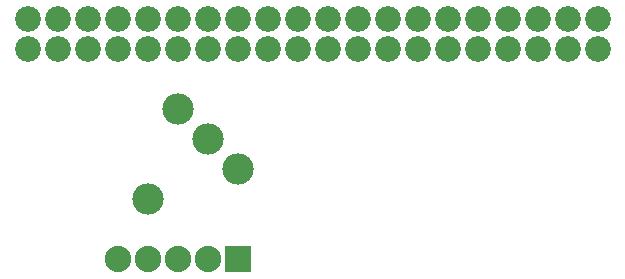
<source format=gts>
G04 MADE WITH FRITZING*
G04 WWW.FRITZING.ORG*
G04 DOUBLE SIDED*
G04 HOLES PLATED*
G04 CONTOUR ON CENTER OF CONTOUR VECTOR*
%ASAXBY*%
%FSLAX23Y23*%
%MOIN*%
%OFA0B0*%
%SFA1.0B1.0*%
%ADD10C,0.104488*%
%ADD11C,0.088000*%
%ADD12C,0.085361*%
%ADD13R,0.088000X0.088000*%
%LNMASK1*%
G90*
G70*
G54D10*
X890Y442D03*
X790Y542D03*
G54D11*
X890Y142D03*
X790Y142D03*
X690Y142D03*
X590Y142D03*
X490Y142D03*
G54D10*
X690Y642D03*
X590Y342D03*
G54D12*
X190Y842D03*
X290Y842D03*
X390Y842D03*
X490Y842D03*
X590Y842D03*
X690Y842D03*
X790Y842D03*
X890Y842D03*
X990Y842D03*
X1090Y842D03*
X1190Y842D03*
X1290Y842D03*
X1390Y842D03*
X1490Y842D03*
X1590Y842D03*
X1690Y842D03*
X1790Y842D03*
X1890Y842D03*
X1990Y842D03*
X2090Y842D03*
X2090Y942D03*
X1990Y942D03*
X1890Y942D03*
X1790Y942D03*
X1690Y942D03*
X1590Y942D03*
X1490Y942D03*
X1390Y942D03*
X1290Y942D03*
X1190Y942D03*
X1090Y942D03*
X990Y942D03*
X890Y942D03*
X790Y942D03*
X690Y942D03*
X590Y942D03*
X490Y942D03*
X390Y942D03*
X290Y942D03*
X190Y942D03*
G54D13*
X890Y142D03*
G04 End of Mask1*
M02*
</source>
